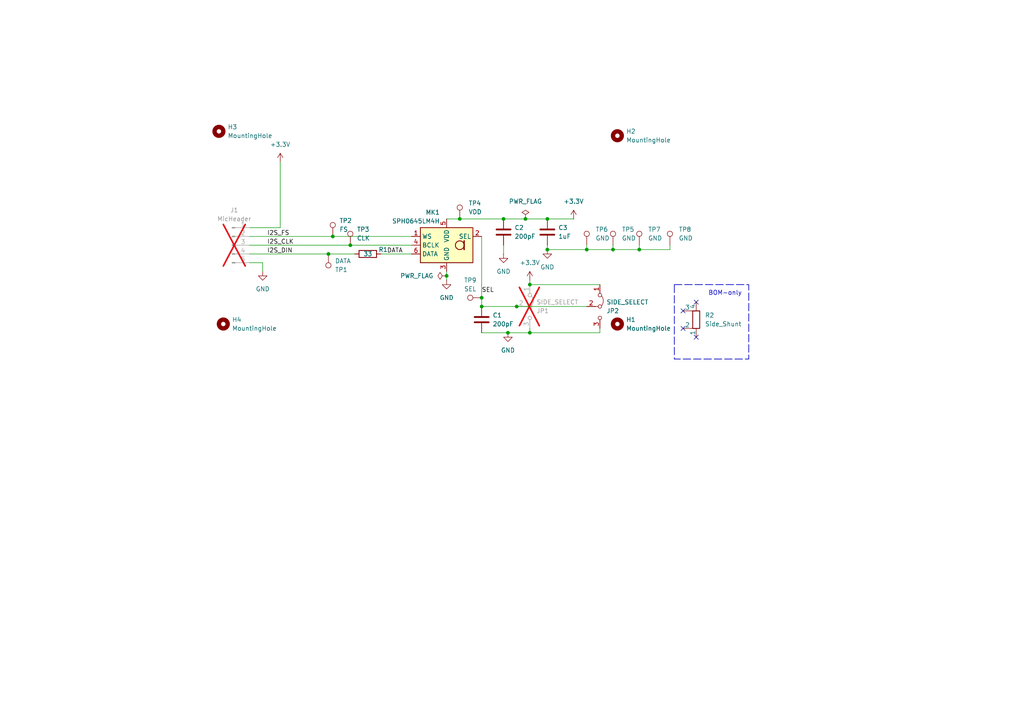
<source format=kicad_sch>
(kicad_sch (version 20231120) (generator "eeschema") (generator_version "8.0")
  (paper "A4")
  (title_block (title "Effective Range Mic Module") (date "2024-06-16") (rev "2.2.0") (company "Effective Range Kft,") (comment 1 "visit https://creativecommons.org/licenses/by/4.0/") (comment 2 "is licensed under CC BY 4.0. To view a copy of this license,") (comment 3 "License: MicDevice© 2024 by Ferenc Nandor Janky & Attila Gombos") (comment 4 "Design Engineer: Ferenc Janky"))
  (lib_symbols
    (symbol "Connector:Conn_01x05_Pin" (pin_names (offset 1.016) hide)
      (property "Reference" "J" (at 0 7.62 0))
      (property "Value" "Conn_01x05_Pin" (at 0 -7.62 0))
      (symbol "Conn_01x05_Pin_1_1"
        (polyline (pts (xy 1.27 -5.08) (xy 0.8636 -5.08)) (stroke (width 0.1524)))
        (polyline (pts (xy 1.27 -2.54) (xy 0.8636 -2.54)) (stroke (width 0.1524)))
        (polyline (pts (xy 1.27 0) (xy 0.8636 0)) (stroke (width 0.1524)))
        (polyline (pts (xy 1.27 2.54) (xy 0.8636 2.54)) (stroke (width 0.1524)))
        (polyline (pts (xy 1.27 5.08) (xy 0.8636 5.08)) (stroke (width 0.1524)))
        (rectangle (start 0.8636 -4.953) (end 0 -5.207) (stroke (width 0.1524)) (fill (type outline)))
        (rectangle (start 0.8636 -2.413) (end 0 -2.667) (stroke (width 0.1524)) (fill (type outline)))
        (rectangle (start 0.8636 0.127) (end 0 -0.127) (stroke (width 0.1524)) (fill (type outline)))
        (rectangle (start 0.8636 2.667) (end 0 2.413) (stroke (width 0.1524)) (fill (type outline)))
        (rectangle (start 0.8636 5.207) (end 0 4.953) (stroke (width 0.1524)) (fill (type outline)))
        (pin passive line (at 5.08 5.08 180) (length 3.81) (name "Pin_1") (number "1"))
        (pin passive line (at 5.08 2.54 180) (length 3.81) (name "Pin_2") (number "2"))
        (pin passive line (at 5.08 0 180) (length 3.81) (name "Pin_3") (number "3"))
        (pin passive line (at 5.08 -2.54 180) (length 3.81) (name "Pin_4") (number "4"))
        (pin passive line (at 5.08 -5.08 180) (length 3.81) (name "Pin_5") (number "5"))
      )
    )
    (symbol "Connector:TestPoint" (pin_numbers hide) (pin_names (offset 0.762) hide)
      (property "Reference" "TP" (at 0 6.858 0))
      (property "Value" "TestPoint" (at 0 5.08 0))
      (symbol "TestPoint_0_1"
        (circle (center 0 3.302) (radius 0.762))
      )
      (symbol "TestPoint_1_1"
        (pin passive line (at 0 0 90) (length 2.54) (name "1") (number "1"))
      )
    )
    (symbol "Device:C" (pin_numbers hide) (pin_names (offset 0.254))
      (property "Reference" "C" (at 0.635 2.54 0))
      (property "Value" "C" (at 0.635 -2.54 0))
      (symbol "C_0_1"
        (polyline (pts (xy -2.032 -0.762) (xy 2.032 -0.762)) (stroke (width 0.508)))
        (polyline (pts (xy -2.032 0.762) (xy 2.032 0.762)) (stroke (width 0.508)))
      )
      (symbol "C_1_1"
        (pin passive line (at 0 3.81 270) (length 2.794) (name "~") (number "1"))
        (pin passive line (at 0 -3.81 90) (length 2.794) (name "~") (number "2"))
      )
    )
    (symbol "Device:R" (pin_numbers hide) (pin_names (offset 0))
      (property "Reference" "R" (at 2.032 0 90))
      (property "Value" "R" (at 0 0 90))
      (symbol "R_0_1"
        (rectangle (start -1.016 -2.54) (end 1.016 2.54) (stroke (width 0.254)))
      )
      (symbol "R_1_1"
        (pin passive line (at 0 3.81 270) (length 1.27) (name "~") (number "1"))
        (pin passive line (at 0 -3.81 90) (length 1.27) (name "~") (number "2"))
      )
    )
    (symbol "Device:R_Shunt" (pin_numbers hide) (pin_names (offset 0))
      (property "Reference" "R" (at -4.445 0 90))
      (property "Value" "R_Shunt" (at -2.54 0 90))
      (symbol "R_Shunt_0_1"
        (rectangle (start -1.016 -2.54) (end 1.016 2.54) (stroke (width 0.254)))
        (polyline (pts (xy 0 -2.54) (xy 1.27 -2.54)))
        (polyline (pts (xy 1.27 2.54) (xy 0 2.54)))
      )
      (symbol "R_Shunt_1_1"
        (pin passive line (at 0 5.08 270) (length 2.54) (name "1") (number "1"))
        (pin passive line (at 3.81 2.54 180) (length 2.54) (name "2") (number "2"))
        (pin passive line (at 3.81 -2.54 180) (length 2.54) (name "3") (number "3"))
        (pin passive line (at 0 -5.08 90) (length 2.54) (name "4") (number "4"))
      )
    )
    (symbol "Jumper:Jumper_3_Bridged12" (pin_names (offset 0) hide)
      (property "Reference" "JP" (at -2.54 -2.54 0))
      (property "Value" "Jumper_3_Bridged12" (at 0 2.794 0))
      (symbol "Jumper_3_Bridged12_0_0"
        (circle (center -3.302 0) (radius 0.508))
        (circle (center 0 0) (radius 0.508))
        (circle (center 3.302 0) (radius 0.508))
      )
      (symbol "Jumper_3_Bridged12_0_1"
        (arc (start -0.254 0.508) (mid -1.651 0.9912) (end -3.048 0.508))
        (polyline (pts (xy 0 -1.27) (xy 0 -0.508)))
      )
      (symbol "Jumper_3_Bridged12_1_1"
        (pin passive line (at -6.35 0 0) (length 2.54) (name "A") (number "1"))
        (pin passive line (at 0 -3.81 90) (length 2.54) (name "C") (number "2"))
        (pin passive line (at 6.35 0 180) (length 2.54) (name "B") (number "3"))
      )
    )
    (symbol "Mechanical:MountingHole" (pin_names (offset 1.016))
      (property "Reference" "H" (at 0 5.08 0))
      (property "Value" "MountingHole" (at 0 3.175 0))
      (symbol "MountingHole_0_1"
        (circle (center 0 0) (radius 1.27) (stroke (width 1.27)))
      )
    )
    (symbol "Sensor_Audio:SPH0645LM4H"
      (property "Reference" "MK" (at -7.62 6.35 0))
      (property "Value" "SPH0645LM4H" (at 1.27 6.35 0))
      (symbol "SPH0645LM4H_1_1"
        (rectangle (start -7.62 5.08) (end 7.62 -5.08) (stroke (width 0.254)) (fill (type background)))
        (circle (center -3.81 0) (radius 1.27) (stroke (width 0.254)))
        (polyline (pts (xy -5.08 1.27) (xy -5.08 -1.27)) (stroke (width 0.381)))
        (pin input line (at 10.16 2.54 180) (length 2.54) (name "WS") (number "1"))
        (pin input line (at -10.16 2.54 0) (length 2.54) (name "SEL") (number "2"))
        (pin power_in line (at 0 -7.62 90) (length 2.54) (name "GND") (number "3"))
        (pin input line (at 10.16 0 180) (length 2.54) (name "BCLK") (number "4"))
        (pin power_in line (at 0 7.62 270) (length 2.54) (name "VDD") (number "5"))
        (pin output line (at 10.16 -2.54 180) (length 2.54) (name "DATA") (number "6"))
      )
    )
    (symbol "power:+3.3V" (power) (pin_numbers hide) (pin_names (offset 0) hide)
      (property "Value" "+3.3V" (at 0 3.556 0))
      (symbol "+3.3V_0_1"
        (polyline (pts (xy -0.762 1.27) (xy 0 2.54)))
        (polyline (pts (xy 0 0) (xy 0 2.54)))
        (polyline (pts (xy 0 2.54) (xy 0.762 1.27)))
      )
      (symbol "+3.3V_1_1"
        (pin power_in line (at 0 0 90) (length 0) (name "~") (number "1"))
      )
    )
    (symbol "power:GND" (power) (pin_numbers hide) (pin_names (offset 0) hide)
      (property "Value" "GND" (at 0 -3.81 0))
      (symbol "GND_0_1"
        (polyline (pts (xy 0 0) (xy 0 -1.27) (xy 1.27 -1.27) (xy 0 -2.54) (xy -1.27 -1.27) (xy 0 -1.27)))
      )
      (symbol "GND_1_1"
        (pin power_in line (at 0 0 270) (length 0) (name "~") (number "1"))
      )
    )
    (symbol "power:PWR_FLAG" (power) (pin_numbers hide) (pin_names (offset 0) hide)
      (property "Value" "PWR_FLAG" (at 0 3.81 0))
      (symbol "PWR_FLAG_0_0"
        (pin power_out line (at 0 0 90) (length 0) (name "~") (number "1"))
      )
      (symbol "PWR_FLAG_0_1"
        (polyline (pts (xy 0 0) (xy 0 1.27) (xy -1.016 1.905) (xy 0 2.54) (xy 1.016 1.905) (xy 0 1.27)))
      )
    )
  )
  (junction (at 185.42 72.39))
  (junction (at 158.75 72.39))
  (junction (at 101.6 71.12))
  (junction (at 129.54 80.01))
  (junction (at 170.18 72.39))
  (junction (at 153.67 96.52))
  (junction (at 177.8 72.39))
  (junction (at 146.05 63.5))
  (junction (at 96.52 68.58))
  (junction (at 139.7 88.9))
  (junction (at 149.86 88.9))
  (junction (at 139.7 86.36))
  (junction (at 152.4 63.5))
  (junction (at 147.32 96.52))
  (junction (at 95.25 73.66))
  (junction (at 158.75 63.5))
  (junction (at 133.35 63.5))
  (junction (at 153.67 82.55))
  (no_connect (at 201.93 97.79))
  (no_connect (at 201.93 87.63))
  (no_connect (at 198.12 95.25))
  (no_connect (at 198.12 90.17))
  (wire (pts (xy 146.05 63.5) (xy 152.4 63.5)))
  (wire (pts (xy 72.39 73.66) (xy 95.25 73.66)))
  (wire (pts (xy 110.49 73.66) (xy 119.38 73.66)))
  (wire (pts (xy 194.31 71.12) (xy 194.31 72.39)))
  (wire (pts (xy 139.7 88.9) (xy 149.86 88.9)))
  (wire (pts (xy 76.2 76.2) (xy 76.2 78.74)))
  (wire (pts (xy 173.99 96.52) (xy 153.67 96.52)))
  (wire (pts (xy 96.52 68.58) (xy 119.38 68.58)))
  (wire (pts (xy 72.39 76.2) (xy 76.2 76.2)))
  (wire (pts (xy 185.42 72.39) (xy 177.8 72.39)))
  (wire (pts (xy 185.42 71.12) (xy 185.42 72.39)))
  (wire (pts (xy 72.39 66.04) (xy 81.28 66.04)))
  (wire (pts (xy 194.31 72.39) (xy 185.42 72.39)))
  (wire (pts (xy 170.18 71.12) (xy 170.18 72.39)))
  (wire (pts (xy 95.25 73.66) (xy 102.87 73.66)))
  (wire (pts (xy 158.75 63.5) (xy 166.37 63.5)))
  (wire (pts (xy 139.7 68.58) (xy 139.7 86.36)))
  (wire (pts (xy 170.18 72.39) (xy 158.75 72.39)))
  (wire (pts (xy 177.8 71.12) (xy 177.8 72.39)))
  (wire (pts (xy 101.6 71.12) (xy 119.38 71.12)))
  (wire (pts (xy 173.99 95.25) (xy 173.99 96.52)))
  (wire (pts (xy 177.8 72.39) (xy 170.18 72.39)))
  (wire (pts (xy 129.54 63.5) (xy 133.35 63.5)))
  (wire (pts (xy 129.54 78.74) (xy 129.54 80.01)))
  (wire (pts (xy 72.39 71.12) (xy 101.6 71.12)))
  (wire (pts (xy 72.39 68.58) (xy 96.52 68.58)))
  (wire (pts (xy 153.67 82.55) (xy 173.99 82.55)))
  (wire (pts (xy 153.67 95.25) (xy 153.67 96.52)))
  (wire (pts (xy 158.75 71.12) (xy 158.75 72.39)))
  (wire (pts (xy 129.54 80.01) (xy 129.54 81.28)))
  (wire (pts (xy 153.67 82.55) (xy 153.67 81.28)))
  (wire (pts (xy 149.86 88.9) (xy 170.18 88.9)))
  (wire (pts (xy 139.7 86.36) (xy 139.7 88.9)))
  (wire (pts (xy 152.4 63.5) (xy 158.75 63.5)))
  (wire (pts (xy 81.28 46.99) (xy 81.28 66.04)))
  (wire (pts (xy 153.67 96.52) (xy 147.32 96.52)))
  (wire (pts (xy 139.7 96.52) (xy 147.32 96.52)))
  (wire (pts (xy 146.05 71.12) (xy 146.05 73.66)))
  (wire (pts (xy 133.35 63.5) (xy 146.05 63.5)))
  (rectangle (start 195.58 82.55) (end 217.17 104.14) (stroke (width 0.2) (type dash)))
  (text "BOM-only" (at 210.312 85.09 0) (effects (font (size 1.27 1.27))))
  (label "SEL" (at 139.7 85.09 0))
  (label "I2S_DIN" (at 77.47 73.66 0))
  (label "I2S_FS" (at 77.47 68.58 0))
  (label "I2S_CLK" (at 77.47 71.12 0))
  (label "DATA" (at 116.84 73.66 180))
  (symbol (lib_id "Device:R") (at 106.68 73.66 90) (unit 1)
    (property "Reference" "R1" (at 111.125 72.39 90))
    (property "Value" "33" (at 106.68 73.66 90))
    (property "Footprint" "Resistor_SMD:R_0603_1608Metric_Pad0.98x0.95mm_HandSolder" (effects (hide yes)))
    (property "Description" "Resistor" (effects (hide yes)))
    (property "MPN" "ERJ-3EKF33R0V" (effects (hide yes)))
  )
  (symbol (lib_id "Connector:TestPoint") (at 139.7 86.36 90) (unit 1) (in_bom no)
    (property "Reference" "TP9" (at 136.398 81.28 90))
    (property "Value" "SEL" (at 136.398 83.82 90))
    (property "Footprint" "TestPoint:TestPoint_Pad_D1.0mm" (effects (hide yes)))
    (property "Description" "test point" (effects (hide yes)))
  )
  (symbol (lib_id "Device:R_Shunt") (at 201.93 92.71 180) (unit 1) (on_board no)
    (property "Reference" "R2" (at 204.47 91.4399 0) (effects (justify right)))
    (property "Value" "Side_Shunt" (at 204.47 93.9799 0) (effects (justify right)))
    (property "Description" "Shunt resistor" (effects (hide yes)))
    (property "MPN" "QPC02SXGN-RC" (effects (hide yes)))
  )
  (symbol (lib_id "power:+3.3V") (at 81.28 46.99 0) (unit 1)
    (property "Reference" "#PWR02" (effects (hide yes)))
    (property "Value" "+3.3V" (at 81.28 41.91 0))
    (property "Description" "Power symbol creates a global label with name \"+3.3V\"" (effects (hide yes)))
  )
  (symbol (lib_id "Mechanical:MountingHole") (at 179.07 93.98 0) (unit 1) (in_bom no)
    (property "Reference" "H1" (at 181.61 92.7099 0) (effects (justify left)))
    (property "Value" "MountingHole" (at 181.61 95.2499 0) (effects (justify left)))
    (property "Footprint" "MountingHole:MountingHole_2.7mm_M2.5_DIN965_Pad_TopBottom" (effects (hide yes)))
    (property "Description" "Mounting Hole without connection" (effects (hide yes)))
  )
  (symbol (lib_id "Connector:TestPoint") (at 101.6 71.12 0) (unit 1) (in_bom no)
    (property "Reference" "TP3" (at 103.505 66.548 0) (effects (justify left)))
    (property "Value" "CLK" (at 103.505 69.088 0) (effects (justify left)))
    (property "Footprint" "TestPoint:TestPoint_Pad_D1.0mm" (effects (hide yes)))
    (property "Description" "test point" (effects (hide yes)))
  )
  (symbol (lib_id "Device:C") (at 158.75 67.31 0) (unit 1)
    (property "Reference" "C3" (at 161.925 66.04 0) (effects (justify left)))
    (property "Value" "1uF" (at 161.925 68.58 0) (effects (justify left)))
    (property "Footprint" "Capacitor_SMD:C_0603_1608Metric_Pad1.08x0.95mm_HandSolder" (effects (hide yes)))
    (property "Description" "Unpolarized capacitor" (effects (hide yes)))
    (property "MPN" "GRM188R61A105KA61D" (effects (hide yes)))
  )
  (symbol (lib_id "Mechanical:MountingHole") (at 64.77 93.98 0) (unit 1) (in_bom no)
    (property "Reference" "H4" (at 67.31 92.7099 0) (effects (justify left)))
    (property "Value" "MountingHole" (at 67.31 95.2499 0) (effects (justify left)))
    (property "Footprint" "MountingHole:MountingHole_2.7mm_M2.5_DIN965_Pad_TopBottom" (effects (hide yes)))
    (property "Description" "Mounting Hole without connection" (effects (hide yes)))
  )
  (symbol (lib_id "power:GND") (at 158.75 72.39 0) (unit 1)
    (property "Reference" "#PWR06" (effects (hide yes)))
    (property "Value" "GND" (at 158.75 77.47 0))
    (property "Description" "Power symbol creates a global label with name \"GND\" , ground" (effects (hide yes)))
  )
  (symbol (lib_id "power:+3.3V") (at 153.67 81.28 0) (unit 1)
    (property "Reference" "#PWR08" (effects (hide yes)))
    (property "Value" "+3.3V" (at 153.67 76.2 0))
    (property "Description" "Power symbol creates a global label with name \"+3.3V\"" (effects (hide yes)))
  )
  (symbol (lib_id "power:PWR_FLAG") (at 152.4 63.5 0) (unit 1)
    (property "Reference" "#FLG01" (effects (hide yes)))
    (property "Value" "PWR_FLAG" (at 152.4 58.42 0))
    (property "Description" "Special symbol for telling ERC where power comes from" (effects (hide yes)))
  )
  (symbol (lib_id "Jumper:Jumper_3_Bridged12") (at 173.99 88.9 270) (unit 1)
    (property "Reference" "JP2" (at 175.895 90.17 90) (effects (justify left)))
    (property "Value" "SIDE_SELECT" (at 175.895 87.63 90) (effects (justify left)))
    (property "Footprint" "Library:SolderJumper-3_P2.0mm_Open_TrianglePad1.0x1.5mm" (effects (hide yes)))
    (property "Description" "Jumper, 3-pole, pins 1+2 closed/bridged" (effects (hide yes)))
    (property "MPN" "BG055-03A-1-0450-0530-0350-L-G" (effects (hide yes)))
  )
  (symbol (lib_id "power:PWR_FLAG") (at 129.54 80.01 90) (unit 1)
    (property "Reference" "#FLG02" (effects (hide yes)))
    (property "Value" "PWR_FLAG" (at 125.73 80.0099 90) (effects (justify left)))
    (property "Description" "Special symbol for telling ERC where power comes from" (effects (hide yes)))
  )
  (symbol (lib_id "power:GND") (at 146.05 73.66 0) (unit 1)
    (property "Reference" "#PWR04" (effects (hide yes)))
    (property "Value" "GND" (at 146.05 78.74 0))
    (property "Description" "Power symbol creates a global label with name \"GND\" , ground" (effects (hide yes)))
  )
  (symbol (lib_id "power:GND") (at 147.32 96.52 0) (unit 1)
    (property "Reference" "#PWR05" (effects (hide yes)))
    (property "Value" "GND" (at 147.32 101.6 0))
    (property "Description" "Power symbol creates a global label with name \"GND\" , ground" (effects (hide yes)))
  )
  (symbol (lib_id "Connector:TestPoint") (at 185.42 71.12 0) (unit 1) (in_bom no)
    (property "Reference" "TP7" (at 187.96 66.548 0) (effects (justify left)))
    (property "Value" "GND" (at 187.96 69.088 0) (effects (justify left)))
    (property "Footprint" "TestPoint:TestPoint_Pad_D1.0mm" (effects (hide yes)))
    (property "Description" "test point" (effects (hide yes)))
  )
  (symbol (lib_id "Mechanical:MountingHole") (at 63.5 38.1 0) (unit 1) (in_bom no)
    (property "Reference" "H3" (at 66.04 36.8299 0) (effects (justify left)))
    (property "Value" "MountingHole" (at 66.04 39.3699 0) (effects (justify left)))
    (property "Footprint" "MountingHole:MountingHole_2.7mm_M2.5_DIN965_Pad_TopBottom" (effects (hide yes)))
    (property "Description" "Mounting Hole without connection" (effects (hide yes)))
  )
  (symbol (lib_id "Connector:Conn_01x05_Pin") (at 67.31 71.12 0) (unit 1) (dnp yes)
    (property "Reference" "J1" (at 67.945 60.96 0))
    (property "Value" "MicHeader" (at 67.945 63.5 0))
    (property "Footprint" "Library:PinHeader_1x05_P2.54mm_Vertical_SMD_TH_Pin1Right" (effects (hide yes)))
    (property "Description" "Generic connector, single row, 01x05, script generated" (effects (hide yes)))
    (property "MPN" "54201-S08-05ALF" (effects (hide yes)))
  )
  (symbol (lib_id "Jumper:Jumper_3_Bridged12") (at 153.67 88.9 270) (unit 1) (dnp yes)
    (property "Reference" "JP1" (at 155.575 90.17 90) (effects (justify left)))
    (property "Value" "SIDE_SELECT" (at 155.575 87.63 90) (effects (justify left)))
    (property "Footprint" "Library:PinHeader_1x03_P2.54mm_Vertical_SMD_Pin1Right" (effects (hide yes)))
    (property "Description" "Jumper, 3-pole, pins 1+2 closed/bridged" (effects (hide yes)))
    (property "MPN" "BG055-03A-1-0450-0530-0350-L-G" (effects (hide yes)))
  )
  (symbol (lib_id "power:GND") (at 129.54 81.28 0) (unit 1)
    (property "Reference" "#PWR03" (effects (hide yes)))
    (property "Value" "GND" (at 129.54 86.36 0))
    (property "Description" "Power symbol creates a global label with name \"GND\" , ground" (effects (hide yes)))
  )
  (symbol (lib_id "Sensor_Audio:SPH0645LM4H") (at 129.54 71.12 0) (mirror y) (unit 1)
    (property "Reference" "MK1" (at 127.5841 61.595 0) (effects (justify left)))
    (property "Value" "SPH0645LM4H" (at 127.5841 64.135 0) (effects (justify left)))
    (property "Footprint" "Library:Custom_Knowles_SPH0645LM4H-6_3.5x2.65mm" (effects (hide yes)))
    (property "Datasheet" "https://www.knowles.com/docs/default-source/default-document-library/sph0645lm4h-1-datasheet.pdf" (effects (hide yes)))
    (property "Description" "Knowles MEMS Microphone, 24-bit I2S, 65 dBA SNR, LGA-6" (effects (hide yes)))
    (property "MPN" "SPH0645LM4H-B" (effects (hide yes)))
  )
  (symbol (lib_id "Connector:TestPoint") (at 194.31 71.12 0) (unit 1) (in_bom no)
    (property "Reference" "TP8" (at 196.85 66.548 0) (effects (justify left)))
    (property "Value" "GND" (at 196.85 69.088 0) (effects (justify left)))
    (property "Footprint" "TestPoint:TestPoint_Pad_D1.0mm" (effects (hide yes)))
    (property "Description" "test point" (effects (hide yes)))
  )
  (symbol (lib_id "power:GND") (at 76.2 78.74 0) (unit 1)
    (property "Reference" "#PWR01" (effects (hide yes)))
    (property "Value" "GND" (at 76.2 83.82 0))
    (property "Description" "Power symbol creates a global label with name \"GND\" , ground" (effects (hide yes)))
  )
  (symbol (lib_id "Connector:TestPoint") (at 170.18 71.12 0) (unit 1) (in_bom no)
    (property "Reference" "TP6" (at 172.72 66.548 0) (effects (justify left)))
    (property "Value" "GND" (at 172.72 69.088 0) (effects (justify left)))
    (property "Footprint" "TestPoint:TestPoint_Pad_D1.0mm" (effects (hide yes)))
    (property "Description" "test point" (effects (hide yes)))
  )
  (symbol (lib_id "Connector:TestPoint") (at 96.52 68.58 0) (unit 1) (in_bom no)
    (property "Reference" "TP2" (at 98.425 64.008 0) (effects (justify left)))
    (property "Value" "FS" (at 98.425 66.548 0) (effects (justify left)))
    (property "Footprint" "TestPoint:TestPoint_Pad_D1.0mm" (effects (hide yes)))
    (property "Description" "test point" (effects (hide yes)))
  )
  (symbol (lib_id "power:+3.3V") (at 166.37 63.5 0) (unit 1)
    (property "Reference" "#PWR07" (effects (hide yes)))
    (property "Value" "+3.3V" (at 166.37 58.42 0))
    (property "Description" "Power symbol creates a global label with name \"+3.3V\"" (effects (hide yes)))
  )
  (symbol (lib_id "Connector:TestPoint") (at 177.8 71.12 0) (unit 1) (in_bom no)
    (property "Reference" "TP5" (at 180.34 66.548 0) (effects (justify left)))
    (property "Value" "GND" (at 180.34 69.088 0) (effects (justify left)))
    (property "Footprint" "TestPoint:TestPoint_Pad_D1.0mm" (effects (hide yes)))
    (property "Description" "test point" (effects (hide yes)))
  )
  (symbol (lib_id "Mechanical:MountingHole") (at 179.07 39.37 0) (unit 1) (in_bom no)
    (property "Reference" "H2" (at 181.61 38.0999 0) (effects (justify left)))
    (property "Value" "MountingHole" (at 181.61 40.6399 0) (effects (justify left)))
    (property "Footprint" "MountingHole:MountingHole_2.7mm_M2.5_DIN965_Pad_TopBottom" (effects (hide yes)))
    (property "Description" "Mounting Hole without connection" (effects (hide yes)))
  )
  (symbol (lib_id "Device:C") (at 146.05 67.31 0) (unit 1)
    (property "Reference" "C2" (at 149.225 66.04 0) (effects (justify left)))
    (property "Value" "200pF" (at 149.225 68.58 0) (effects (justify left)))
    (property "Footprint" "Capacitor_SMD:C_0603_1608Metric_Pad1.08x0.95mm_HandSolder" (effects (hide yes)))
    (property "Description" "Unpolarized capacitor" (effects (hide yes)))
    (property "MPN" "GRM1885C2A201JA01D" (effects (hide yes)))
  )
  (symbol (lib_id "Connector:TestPoint") (at 133.35 63.5 0) (unit 1) (in_bom no)
    (property "Reference" "TP4" (at 135.89 58.928 0) (effects (justify left)))
    (property "Value" "VDD" (at 135.89 61.468 0) (effects (justify left)))
    (property "Footprint" "TestPoint:TestPoint_Pad_D1.0mm" (effects (hide yes)))
    (property "Description" "test point" (effects (hide yes)))
  )
  (symbol (lib_id "Device:C") (at 139.7 92.71 0) (unit 1)
    (property "Reference" "C1" (at 142.875 91.44 0) (effects (justify left)))
    (property "Value" "200pF" (at 142.875 93.98 0) (effects (justify left)))
    (property "Footprint" "Capacitor_SMD:C_0603_1608Metric_Pad1.08x0.95mm_HandSolder" (effects (hide yes)))
    (property "Description" "Unpolarized capacitor" (effects (hide yes)))
    (property "MPN" "GRM1885C2A201JA01D" (effects (hide yes)))
  )
  (symbol (lib_id "Connector:TestPoint") (at 95.25 73.66 0) (mirror x) (unit 1) (in_bom no)
    (property "Reference" "TP1" (at 97.155 78.232 0) (effects (justify left)))
    (property "Value" "DATA" (at 97.155 75.692 0) (effects (justify left)))
    (property "Footprint" "TestPoint:TestPoint_Pad_D1.0mm" (effects (hide yes)))
    (property "Description" "test point" (effects (hide yes)))
  )
)
</source>
